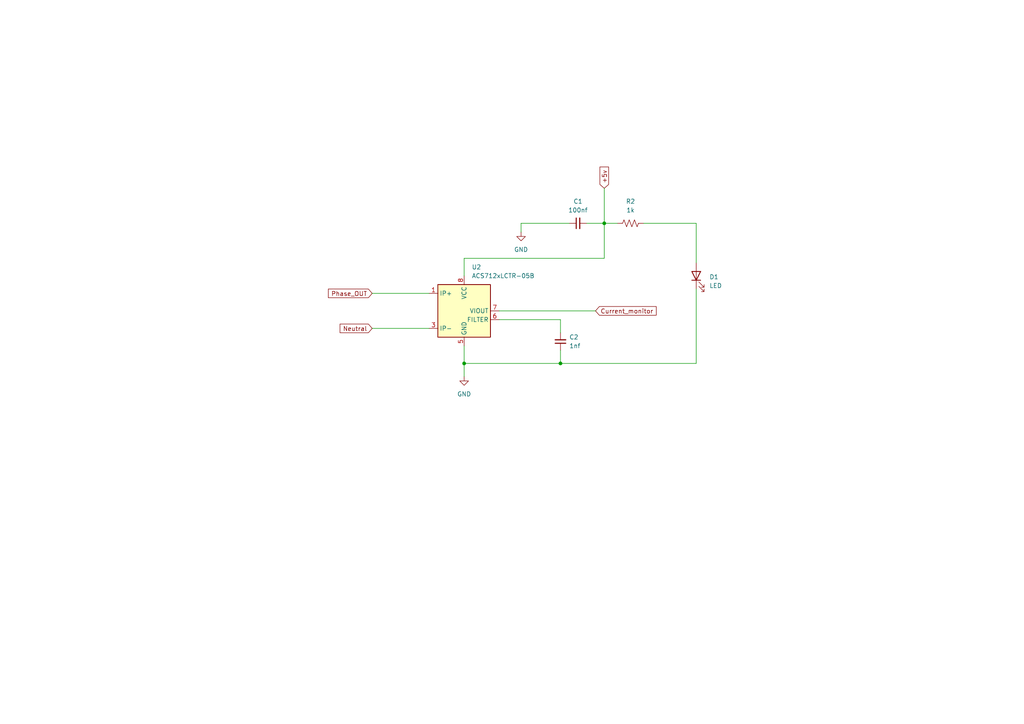
<source format=kicad_sch>
(kicad_sch (version 20230121) (generator eeschema)
  (paper "A4")
  (lib_symbols
    (symbol "Device:C_Small" (pin_numbers hide) (pin_names (offset 0.254) hide)
      (property "Reference" "C" (at 0.254 1.778 0))
      (property "Value" "C_Small" (at 0.254 -2.032 0))
      (symbol "C_Small_0_1"
        (polyline (pts (xy -1.524 -0.508) (xy 1.524 -0.508)) (stroke (width 0.3302)))
        (polyline (pts (xy -1.524 0.508) (xy 1.524 0.508)) (stroke (width 0.3048)))
      )
      (symbol "C_Small_1_1"
        (pin passive line (at 0 2.54 270) (length 2.032) (name "~") (number "1"))
        (pin passive line (at 0 -2.54 90) (length 2.032) (name "~") (number "2"))
      )
    )
    (symbol "Device:LED" (pin_numbers hide) (pin_names (offset 1.016) hide)
      (property "Reference" "D" (at 0 2.54 0))
      (property "Value" "LED" (at 0 -2.54 0))
      (symbol "LED_0_1"
        (polyline (pts (xy -1.27 -1.27) (xy -1.27 1.27)) (stroke (width 0.254)))
        (polyline (pts (xy -1.27 0) (xy 1.27 0)))
        (polyline (pts (xy 1.27 -1.27) (xy 1.27 1.27) (xy -1.27 0) (xy 1.27 -1.27)) (stroke (width 0.254)))
        (polyline (pts (xy -3.048 -0.762) (xy -4.572 -2.286) (xy -3.81 -2.286) (xy -4.572 -2.286) (xy -4.572 -1.524)))
        (polyline (pts (xy -1.778 -0.762) (xy -3.302 -2.286) (xy -2.54 -2.286) (xy -3.302 -2.286) (xy -3.302 -1.524)))
      )
      (symbol "LED_1_1"
        (pin passive line (at -3.81 0 0) (length 2.54) (name "K") (number "1"))
        (pin passive line (at 3.81 0 180) (length 2.54) (name "A") (number "2"))
      )
    )
    (symbol "Device:R_US" (pin_numbers hide) (pin_names (offset 0))
      (property "Reference" "R" (at 2.54 0 90))
      (property "Value" "R_US" (at -2.54 0 90))
      (symbol "R_US_0_1"
        (polyline (pts (xy 0 -2.286) (xy 0 -2.54)))
        (polyline (pts (xy 0 2.286) (xy 0 2.54)))
        (polyline (pts (xy 0 -0.762) (xy 1.016 -1.143) (xy 0 -1.524) (xy -1.016 -1.905) (xy 0 -2.286)))
        (polyline (pts (xy 0 0.762) (xy 1.016 0.381) (xy 0 0) (xy -1.016 -0.381) (xy 0 -0.762)))
        (polyline (pts (xy 0 2.286) (xy 1.016 1.905) (xy 0 1.524) (xy -1.016 1.143) (xy 0 0.762)))
      )
      (symbol "R_US_1_1"
        (pin passive line (at 0 3.81 270) (length 1.27) (name "~") (number "1"))
        (pin passive line (at 0 -3.81 90) (length 1.27) (name "~") (number "2"))
      )
    )
    (symbol "Sensor_Current:ACS712xLCTR-05B"
      (property "Reference" "U" (at 2.54 11.43 0))
      (property "Value" "ACS712xLCTR-05B" (at 2.54 8.89 0))
      (symbol "ACS712xLCTR-05B_0_1"
        (rectangle (start -7.62 7.62) (end 7.62 -7.62) (stroke (width 0.254)) (fill (type background)))
      )
      (symbol "ACS712xLCTR-05B_1_1"
        (pin passive line (at -10.16 5.08 0) (length 2.54) (name "IP+") (number "1"))
        (pin passive line (at -10.16 5.08 0) (length 2.54) hide (name "IP+") (number "2"))
        (pin passive line (at -10.16 -5.08 0) (length 2.54) (name "IP-") (number "3"))
        (pin passive line (at -10.16 -5.08 0) (length 2.54) hide (name "IP-") (number "4"))
        (pin power_in line (at 0 -10.16 90) (length 2.54) (name "GND") (number "5"))
        (pin passive line (at 10.16 -2.54 180) (length 2.54) (name "FILTER") (number "6"))
        (pin output line (at 10.16 0 180) (length 2.54) (name "VIOUT") (number "7"))
        (pin power_in line (at 0 10.16 270) (length 2.54) (name "VCC") (number "8"))
      )
    )
    (symbol "power:GND" (power) (pin_names (offset 0))
      (property "Value" "GND" (at 0 -3.81 0))
      (symbol "GND_0_1"
        (polyline (pts (xy 0 0) (xy 0 -1.27) (xy 1.27 -1.27) (xy 0 -2.54) (xy -1.27 -1.27) (xy 0 -1.27)))
      )
      (symbol "GND_1_1"
        (pin power_in line (at 0 0 270) (length 0) hide (name "GND") (number "1"))
      )
    )
  )
  (junction (at 134.62 105.41))
  (junction (at 175.26 64.77))
  (junction (at 162.56 105.41))
  (wire (pts (xy 151.13 64.77) (xy 165.1 64.77)))
  (wire (pts (xy 144.78 92.71) (xy 162.56 92.71)))
  (wire (pts (xy 162.56 105.41) (xy 134.62 105.41)))
  (wire (pts (xy 175.26 64.77) (xy 179.07 64.77)))
  (wire (pts (xy 151.13 67.31) (xy 151.13 64.77)))
  (wire (pts (xy 107.95 85.09) (xy 124.46 85.09)))
  (wire (pts (xy 201.93 83.82) (xy 201.93 105.41)))
  (wire (pts (xy 134.62 100.33) (xy 134.62 105.41)))
  (wire (pts (xy 175.26 74.93) (xy 175.26 64.77)))
  (wire (pts (xy 144.78 90.17) (xy 172.72 90.17)))
  (wire (pts (xy 134.62 74.93) (xy 175.26 74.93)))
  (wire (pts (xy 134.62 105.41) (xy 134.62 109.22)))
  (wire (pts (xy 186.69 64.77) (xy 201.93 64.77)))
  (wire (pts (xy 201.93 105.41) (xy 162.56 105.41)))
  (wire (pts (xy 201.93 64.77) (xy 201.93 76.2)))
  (wire (pts (xy 162.56 92.71) (xy 162.56 96.52)))
  (wire (pts (xy 162.56 101.6) (xy 162.56 105.41)))
  (wire (pts (xy 107.95 95.25) (xy 124.46 95.25)))
  (wire (pts (xy 134.62 80.01) (xy 134.62 74.93)))
  (wire (pts (xy 175.26 64.77) (xy 170.18 64.77)))
  (wire (pts (xy 175.26 54.61) (xy 175.26 64.77)))
  (global_label "Neutral" (shape input) (at 107.95 95.25 180) (property "Intersheetrefs" "${INTERSHEET_REFS}" (effects hide)))
  (global_label "+5v" (shape input) (at 175.26 54.61 90) (property "Intersheetrefs" "${INTERSHEET_REFS}" (effects hide)))
  (global_label "Phase_OUT" (shape input) (at 107.95 85.09 180) (property "Intersheetrefs" "${INTERSHEET_REFS}" (effects hide)))
  (global_label "Current_monitor" (shape input) (at 172.72 90.17 0) (property "Intersheetrefs" "${INTERSHEET_REFS}" (effects hide)))
  (symbol (lib_id "power:GND") (at 151.13 67.31 0) (unit 1)
    (property "Reference" "#PWR02" (effects hide))
    (property "Value" "GND" (at 151.13 72.39 0))
  )
  (symbol (lib_id "Sensor_Current:ACS712xLCTR-05B") (at 134.62 90.17 0) (unit 1)
    (property "Reference" "U2" (at 136.8141 77.47 0) (effects (justify left)))
    (property "Value" "ACS712xLCTR-05B" (at 136.8141 80.01 0) (effects (justify left)))
    (property "Footprint" "Package_SO:SOIC-8_3.9x4.9mm_P1.27mm" (effects hide))
    (property "Datasheet" "http://www.allegromicro.com/~/media/Files/Datasheets/ACS712-Datasheet.ashx?la=en" (effects hide))
  )
  (symbol (lib_id "Device:C_Small") (at 167.64 64.77 90) (unit 1)
    (property "Reference" "C1" (at 167.6463 58.42 90))
    (property "Value" "100nf" (at 167.6463 60.96 90))
    (property "Footprint" "Capacitor_SMD:C_01005_0402Metric" (effects hide))
  )
  (symbol (lib_id "power:GND") (at 134.62 109.22 0) (unit 1)
    (property "Reference" "#PWR01" (effects hide))
    (property "Value" "GND" (at 134.62 114.3 0))
  )
  (symbol (lib_id "Device:R_US") (at 182.88 64.77 90) (unit 1)
    (property "Reference" "R2" (at 182.88 58.42 90))
    (property "Value" "1k" (at 182.88 60.96 90))
    (property "Footprint" "Resistor_SMD:R_0402_1005Metric" (effects hide))
  )
  (symbol (lib_id "Device:LED") (at 201.93 80.01 90) (unit 1)
    (property "Reference" "D1" (at 205.74 80.3275 90) (effects (justify right)))
    (property "Value" "LED" (at 205.74 82.8675 90) (effects (justify right)))
    (property "Footprint" "LED_SMD:LED_0402_1005Metric" (effects hide))
  )
  (symbol (lib_id "Device:C_Small") (at 162.56 99.06 180) (unit 1)
    (property "Reference" "C2" (at 165.1 97.7836 0) (effects (justify right)))
    (property "Value" "1nf" (at 165.1 100.3236 0) (effects (justify right)))
    (property "Footprint" "Capacitor_SMD:C_01005_0402Metric" (effects hide))
  )
)
</source>
